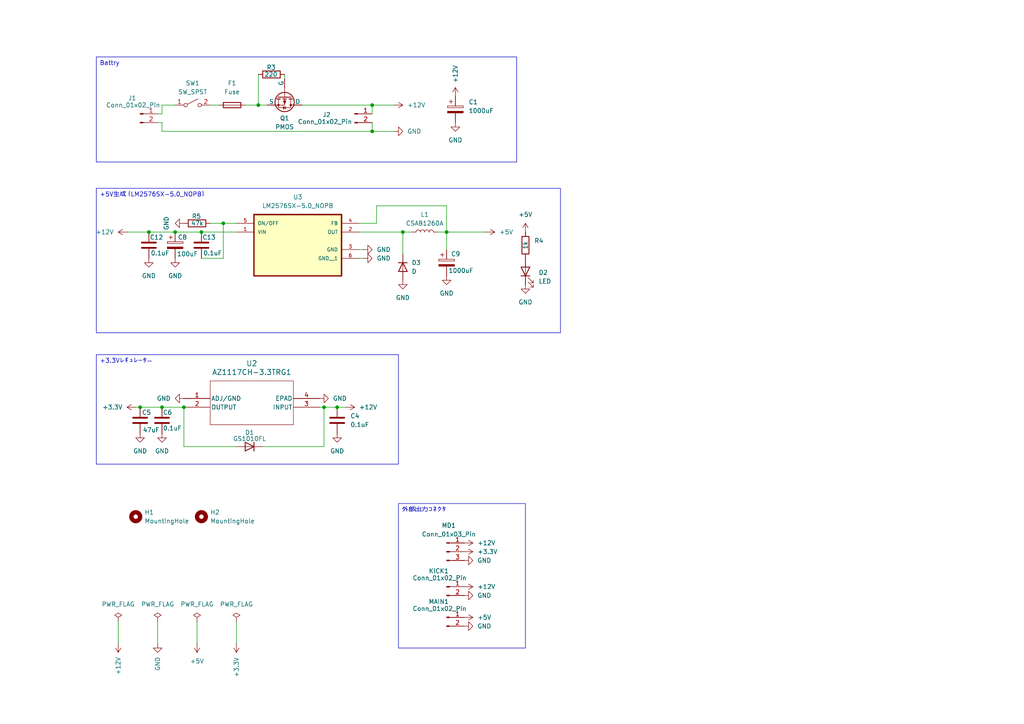
<source format=kicad_sch>
(kicad_sch (version 20250114) (generator "eeschema") (generator_version "9.0")
  (paper "A4")
  (lib_symbols
    (symbol "Connector:Conn_01x02_Pin" (pin_names (offset 1.016) (hide yes))
      (property "Reference" "J" (at 0 2.54 0))
      (property "Value" "Conn_01x02_Pin" (at 0 -5.08 0))
      (symbol "Conn_01x02_Pin_1_1"
        (rectangle (start 0.8636 0.127) (end 0 -0.127) (stroke (width 0.1524)) (fill (type outline)))
        (rectangle (start 0.8636 -2.413) (end 0 -2.667) (stroke (width 0.1524)) (fill (type outline)))
        (polyline (pts (xy 1.27 0) (xy 0.8636 0)) (stroke (width 0.1524)))
        (polyline (pts (xy 1.27 -2.54) (xy 0.8636 -2.54)) (stroke (width 0.1524)))
        (pin passive line (at 5.08 0 180) (length 3.81) (name "Pin_1") (number "1"))
        (pin passive line (at 5.08 -2.54 180) (length 3.81) (name "Pin_2") (number "2"))
      )
    )
    (symbol "Connector:Conn_01x03_Pin" (pin_names (offset 1.016) (hide yes))
      (property "Reference" "J" (at 0 5.08 0))
      (property "Value" "Conn_01x03_Pin" (at 0 -5.08 0))
      (symbol "Conn_01x03_Pin_1_1"
        (rectangle (start 0.8636 2.667) (end 0 2.413) (stroke (width 0.1524)) (fill (type outline)))
        (rectangle (start 0.8636 0.127) (end 0 -0.127) (stroke (width 0.1524)) (fill (type outline)))
        (rectangle (start 0.8636 -2.413) (end 0 -2.667) (stroke (width 0.1524)) (fill (type outline)))
        (polyline (pts (xy 1.27 2.54) (xy 0.8636 2.54)) (stroke (width 0.1524)))
        (polyline (pts (xy 1.27 0) (xy 0.8636 0)) (stroke (width 0.1524)))
        (polyline (pts (xy 1.27 -2.54) (xy 0.8636 -2.54)) (stroke (width 0.1524)))
        (pin passive line (at 5.08 2.54 180) (length 3.81) (name "Pin_1") (number "1"))
        (pin passive line (at 5.08 0 180) (length 3.81) (name "Pin_2") (number "2"))
        (pin passive line (at 5.08 -2.54 180) (length 3.81) (name "Pin_3") (number "3"))
      )
    )
    (symbol "Device:C" (pin_numbers (hide yes)) (pin_names (offset 0.254))
      (property "Reference" "C" (at 0.635 2.54 0))
      (property "Value" "C" (at 0.635 -2.54 0))
      (symbol "C_0_1"
        (polyline (pts (xy -2.032 0.762) (xy 2.032 0.762)) (stroke (width 0.508)))
        (polyline (pts (xy -2.032 -0.762) (xy 2.032 -0.762)) (stroke (width 0.508)))
      )
      (symbol "C_1_1"
        (pin passive line (at 0 3.81 270) (length 2.794) (name "~") (number "1"))
        (pin passive line (at 0 -3.81 90) (length 2.794) (name "~") (number "2"))
      )
    )
    (symbol "Device:C_Polarized" (pin_numbers (hide yes)) (pin_names (offset 0.254))
      (property "Reference" "C" (at 0.635 2.54 0))
      (property "Value" "C_Polarized" (at 0.635 -2.54 0))
      (symbol "C_Polarized_0_1"
        (rectangle (start -2.286 0.508) (end 2.286 1.016))
        (polyline (pts (xy -1.778 2.286) (xy -0.762 2.286)))
        (polyline (pts (xy -1.27 2.794) (xy -1.27 1.778)))
        (rectangle (start 2.286 -0.508) (end -2.286 -1.016) (fill (type outline)))
      )
      (symbol "C_Polarized_1_1"
        (pin passive line (at 0 3.81 270) (length 2.794) (name "~") (number "1"))
        (pin passive line (at 0 -3.81 90) (length 2.794) (name "~") (number "2"))
      )
    )
    (symbol "Device:D" (pin_numbers (hide yes)) (pin_names (offset 1.016) (hide yes))
      (property "Reference" "D" (at 0 2.54 0))
      (property "Value" "D" (at 0 -2.54 0))
      (symbol "D_0_1"
        (polyline (pts (xy -1.27 1.27) (xy -1.27 -1.27)) (stroke (width 0.254)))
        (polyline (pts (xy 1.27 1.27) (xy 1.27 -1.27) (xy -1.27 0) (xy 1.27 1.27)) (stroke (width 0.254)))
        (polyline (pts (xy 1.27 0) (xy -1.27 0)))
      )
      (symbol "D_1_1"
        (pin passive line (at -3.81 0 0) (length 2.54) (name "K") (number "1"))
        (pin passive line (at 3.81 0 180) (length 2.54) (name "A") (number "2"))
      )
    )
    (symbol "Device:Fuse" (pin_numbers (hide yes)) (pin_names (offset 0))
      (property "Reference" "F" (at 2.032 0 90))
      (property "Value" "Fuse" (at -1.905 0 90))
      (symbol "Fuse_0_1"
        (rectangle (start -0.762 -2.54) (end 0.762 2.54) (stroke (width 0.254)))
        (polyline (pts (xy 0 2.54) (xy 0 -2.54)))
      )
      (symbol "Fuse_1_1"
        (pin passive line (at 0 3.81 270) (length 1.27) (name "~") (number "1"))
        (pin passive line (at 0 -3.81 90) (length 1.27) (name "~") (number "2"))
      )
    )
    (symbol "Device:L" (pin_numbers (hide yes)) (pin_names (offset 1.016) (hide yes))
      (property "Reference" "L" (at -1.27 0 90))
      (property "Value" "L" (at 1.905 0 90))
      (symbol "L_0_1"
        (arc (start 0 2.54) (mid 0.6323 1.905) (end 0 1.27))
        (arc (start 0 1.27) (mid 0.6323 0.635) (end 0 0))
        (arc (start 0 0) (mid 0.6323 -0.635) (end 0 -1.27))
        (arc (start 0 -1.27) (mid 0.6323 -1.905) (end 0 -2.54))
      )
      (symbol "L_1_1"
        (pin passive line (at 0 3.81 270) (length 1.27) (name "1") (number "1"))
        (pin passive line (at 0 -3.81 90) (length 1.27) (name "2") (number "2"))
      )
    )
    (symbol "Device:LED" (pin_numbers (hide yes)) (pin_names (offset 1.016) (hide yes))
      (property "Reference" "D" (at 0 2.54 0))
      (property "Value" "LED" (at 0 -2.54 0))
      (symbol "LED_0_1"
        (polyline (pts (xy -3.048 -0.762) (xy -4.572 -2.286) (xy -3.81 -2.286) (xy -4.572 -2.286) (xy -4.572 -1.524)))
        (polyline (pts (xy -1.778 -0.762) (xy -3.302 -2.286) (xy -2.54 -2.286) (xy -3.302 -2.286) (xy -3.302 -1.524)))
        (polyline (pts (xy -1.27 0) (xy 1.27 0)))
        (polyline (pts (xy -1.27 -1.27) (xy -1.27 1.27)) (stroke (width 0.254)))
        (polyline (pts (xy 1.27 -1.27) (xy 1.27 1.27) (xy -1.27 0) (xy 1.27 -1.27)) (stroke (width 0.254)))
      )
      (symbol "LED_1_1"
        (pin passive line (at -3.81 0 0) (length 2.54) (name "K") (number "1"))
        (pin passive line (at 3.81 0 180) (length 2.54) (name "A") (number "2"))
      )
    )
    (symbol "Device:R" (pin_numbers (hide yes)) (pin_names (offset 0))
      (property "Reference" "R" (at 2.032 0 90))
      (property "Value" "R" (at 0 0 90))
      (symbol "R_0_1"
        (rectangle (start -1.016 -2.54) (end 1.016 2.54) (stroke (width 0.254)))
      )
      (symbol "R_1_1"
        (pin passive line (at 0 3.81 270) (length 1.27) (name "~") (number "1"))
        (pin passive line (at 0 -3.81 90) (length 1.27) (name "~") (number "2"))
      )
    )
    (symbol "Mechanical:MountingHole" (pin_names (offset 1.016)) (exclude_from_sim yes) (in_bom no)
      (property "Reference" "H" (at 0 5.08 0))
      (property "Value" "MountingHole" (at 0 3.175 0))
      (symbol "MountingHole_0_1"
        (circle (center 0 0) (radius 1.27) (stroke (width 1.27)))
      )
    )
    (symbol "Regulator:AZ1117CH-3.3TRG1" (pin_names (offset 0.254))
      (property "Reference" "U" (at 19.812 9.398 0))
      (property "Value" "AZ1117CH-3.3TRG1" (at 19.812 6.858 0))
      (symbol "AZ1117CH-3.3TRG1_0_1"
        (polyline (pts (xy 7.62 5.08) (xy 7.62 -7.62)) (stroke (width 0.127)))
        (polyline (pts (xy 7.62 -7.62) (xy 31.75 -7.62)) (stroke (width 0.127)))
        (polyline (pts (xy 31.75 5.08) (xy 7.62 5.08)) (stroke (width 0.127)))
        (polyline (pts (xy 31.75 -7.62) (xy 31.75 5.08)) (stroke (width 0.127)))
        (pin bidirectional line (at 0 0 0) (length 7.62) (name "ADJ/GND") (number "1"))
        (pin output line (at 0 -2.54 0) (length 7.62) (name "OUTPUT") (number "2"))
        (pin unspecified line (at 39.37 0 180) (length 7.62) (name "EPAD") (number "4"))
        (pin input line (at 39.37 -2.54 180) (length 7.62) (name "INPUT") (number "3"))
      )
    )
    (symbol "Regulator:LM2576SX-5.0_NOPB" (pin_names (offset 1.016))
      (property "Reference" "U" (at -12.7 8.62 0))
      (property "Value" "LM2576SX-5.0_NOPB" (at -12.7 -14.16 0))
      (symbol "LM2576SX-5.0_NOPB_0_0"
        (rectangle (start -12.7 -10.16) (end 12.7 7.62) (stroke (width 0.41)) (fill (type background)))
        (pin input line (at -17.78 5.08 0) (length 5.08) (name "ON/OFF") (number "5"))
        (pin input line (at -17.78 2.54 0) (length 5.08) (name "VIN") (number "1"))
        (pin output line (at 17.78 5.08 180) (length 5.08) (name "FB") (number "4"))
        (pin output line (at 17.78 2.54 180) (length 5.08) (name "OUT") (number "2"))
        (pin power_in line (at 17.78 -2.54 180) (length 5.08) (name "GND") (number "3"))
        (pin power_in line (at 17.78 -5.08 180) (length 5.08) (name "GND__1") (number "6"))
      )
    )
    (symbol "Simulation_SPICE:PMOS" (pin_numbers (hide yes)) (pin_names (offset 0))
      (property "Reference" "Q1" (at 6.35 0 90))
      (property "Value" "PMOS" (at 8.89 0 90))
      (symbol "PMOS_0_1"
        (polyline (pts (xy 0.254 1.905) (xy 0.254 -1.905)) (stroke (width 0.254)))
        (polyline (pts (xy 0.254 0) (xy -2.54 0)))
        (polyline (pts (xy 0.762 2.286) (xy 0.762 1.27)) (stroke (width 0.254)))
        (polyline (pts (xy 0.762 1.778) (xy 3.302 1.778) (xy 3.302 -1.778) (xy 0.762 -1.778)))
        (polyline (pts (xy 0.762 0.508) (xy 0.762 -0.508)) (stroke (width 0.254)))
        (polyline (pts (xy 0.762 -1.27) (xy 0.762 -2.286)) (stroke (width 0.254)))
        (circle (center 1.651 0) (radius 2.794) (stroke (width 0.254)))
        (polyline (pts (xy 2.286 0) (xy 1.27 0.381) (xy 1.27 -0.381) (xy 2.286 0)) (fill (type outline)))
        (polyline (pts (xy 2.54 2.54) (xy 2.54 1.778)))
        (circle (center 2.54 1.778) (radius 0.254) (fill (type outline)))
        (circle (center 2.54 -1.778) (radius 0.254) (fill (type outline)))
        (polyline (pts (xy 2.54 -2.54) (xy 2.54 0) (xy 0.762 0)))
        (polyline (pts (xy 2.794 -0.508) (xy 2.921 -0.381) (xy 3.683 -0.381) (xy 3.81 -0.254)))
        (polyline (pts (xy 3.302 -0.381) (xy 2.921 0.254) (xy 3.683 0.254) (xy 3.302 -0.381)))
      )
      (symbol "PMOS_1_1"
        (pin input line (at -5.08 0 0) (length 2.54) (name "G") (number "1"))
        (pin passive line (at 2.54 5.08 270) (length 2.54) (name "D") (number "2"))
        (pin passive line (at 2.54 -5.08 90) (length 2.54) (name "S") (number "3"))
      )
    )
    (symbol "Switch:SW_SPST" (pin_names (offset 0) (hide yes))
      (property "Reference" "SW" (at 0 3.175 0))
      (property "Value" "SW_SPST" (at 0 -2.54 0))
      (symbol "SW_SPST_0_0"
        (circle (center -2.032 0) (radius 0.508))
        (polyline (pts (xy -1.524 0.254) (xy 1.524 1.778)))
        (circle (center 2.032 0) (radius 0.508))
      )
      (symbol "SW_SPST_1_1"
        (pin passive line (at -5.08 0 0) (length 2.54) (name "A") (number "1"))
        (pin passive line (at 5.08 0 180) (length 2.54) (name "B") (number "2"))
      )
    )
    (symbol "power:+12V" (power) (pin_numbers (hide yes)) (pin_names (offset 0) (hide yes))
      (property "Value" "+12V" (at 0 3.556 0))
      (symbol "+12V_0_1"
        (polyline (pts (xy -0.762 1.27) (xy 0 2.54)))
        (polyline (pts (xy 0 2.54) (xy 0.762 1.27)))
        (polyline (pts (xy 0 0) (xy 0 2.54)))
      )
      (symbol "+12V_1_1"
        (pin power_in line (at 0 0 90) (length 0) (name "~") (number "1"))
      )
    )
    (symbol "power:+3.3V" (power) (pin_numbers (hide yes)) (pin_names (offset 0) (hide yes))
      (property "Value" "+3.3V" (at 0 3.556 0))
      (symbol "+3.3V_0_1"
        (polyline (pts (xy -0.762 1.27) (xy 0 2.54)))
        (polyline (pts (xy 0 2.54) (xy 0.762 1.27)))
        (polyline (pts (xy 0 0) (xy 0 2.54)))
      )
      (symbol "+3.3V_1_1"
        (pin power_in line (at 0 0 90) (length 0) (name "~") (number "1"))
      )
    )
    (symbol "power:+5V" (power) (pin_numbers (hide yes)) (pin_names (offset 0) (hide yes))
      (property "Value" "+5V" (at 0 3.556 0))
      (symbol "+5V_0_1"
        (polyline (pts (xy -0.762 1.27) (xy 0 2.54)))
        (polyline (pts (xy 0 2.54) (xy 0.762 1.27)))
        (polyline (pts (xy 0 0) (xy 0 2.54)))
      )
      (symbol "+5V_1_1"
        (pin power_in line (at 0 0 90) (length 0) (name "~") (number "1"))
      )
    )
    (symbol "power:GND" (power) (pin_numbers (hide yes)) (pin_names (offset 0) (hide yes))
      (property "Value" "GND" (at 0 -3.81 0))
      (symbol "GND_0_1"
        (polyline (pts (xy 0 0) (xy 0 -1.27) (xy 1.27 -1.27) (xy 0 -2.54) (xy -1.27 -1.27) (xy 0 -1.27)))
      )
      (symbol "GND_1_1"
        (pin power_in line (at 0 0 270) (length 0) (name "~") (number "1"))
      )
    )
    (symbol "power:PWR_FLAG" (power) (pin_numbers (hide yes)) (pin_names (offset 0) (hide yes))
      (property "Value" "PWR_FLAG" (at 0 3.81 0))
      (symbol "PWR_FLAG_0_0"
        (pin power_out line (at 0 0 90) (length 0) (name "~") (number "1"))
      )
      (symbol "PWR_FLAG_0_1"
        (polyline (pts (xy 0 0) (xy 0 1.27) (xy -1.016 1.905) (xy 0 2.54) (xy 1.016 1.905) (xy 0 1.27)))
      )
    )
  )
  (text_box "外部出力コネクタ" (at 115.57 146.05 0) (size 36.83 41.91) (margins 0.9525 0.9525 0.9525 0.9525) (effects (font (size 1.27 1.27)) (justify left top)))
  (text_box "+5V生成（LM2576SX-5.0_NOPB）" (at 27.94 54.61 0) (size 134.62 41.91) (margins 0.9525 0.9525 0.9525 0.9525) (effects (font (size 1.27 1.27)) (justify left top)))
  (text_box "Battry" (at 27.94 16.51 0) (size 121.92 30.48) (margins 0.9525 0.9525 0.9525 0.9525) (effects (font (size 1.27 1.27)) (justify left top)))
  (text_box "+3.3Vレギュレータ―" (at 27.94 102.87 0) (size 87.63 31.75) (margins 0.9525 0.9525 0.9525 0.9525) (effects (font (size 1.27 1.27)) (justify left top)))
  (junction (at 53.34 118.11))
  (junction (at 43.18 67.31))
  (junction (at 50.8 67.31))
  (junction (at 97.79 118.11))
  (junction (at 93.98 118.11))
  (junction (at 40.64 118.11))
  (junction (at 46.99 118.11))
  (junction (at 116.84 67.31))
  (junction (at 58.42 67.31))
  (junction (at 107.95 30.48))
  (junction (at 107.95 38.1))
  (junction (at 64.77 64.77))
  (junction (at 74.93 30.48))
  (junction (at 129.54 67.31))
  (wire (pts (xy 107.95 30.48) (xy 107.95 33.02)))
  (wire (pts (xy 93.98 129.54) (xy 93.98 118.11)))
  (wire (pts (xy 46.99 30.48) (xy 50.8 30.48)))
  (wire (pts (xy 60.96 64.77) (xy 64.77 64.77)) (stroke (width 0.1524)))
  (wire (pts (xy 116.84 73.66) (xy 116.84 67.31)) (stroke (width 0.1524)))
  (wire (pts (xy 34.29 180.34) (xy 34.29 186.69)))
  (wire (pts (xy 53.34 129.54) (xy 68.58 129.54)))
  (wire (pts (xy 129.54 67.31) (xy 140.97 67.31)) (stroke (width 0.1524)))
  (wire (pts (xy 53.34 118.11) (xy 53.34 129.54)))
  (wire (pts (xy 46.99 35.56) (xy 46.99 38.1)))
  (wire (pts (xy 74.93 21.59) (xy 74.93 30.48)))
  (wire (pts (xy 58.42 74.93) (xy 64.77 74.93)))
  (wire (pts (xy 127 67.31) (xy 129.54 67.31)) (stroke (width 0.1524)))
  (wire (pts (xy 64.77 64.77) (xy 64.77 74.93)))
  (wire (pts (xy 64.77 64.77) (xy 68.58 64.77)) (stroke (width 0.1524)))
  (wire (pts (xy 129.54 67.31) (xy 129.54 72.39)) (stroke (width 0.1524)))
  (wire (pts (xy 92.71 118.11) (xy 93.98 118.11)))
  (wire (pts (xy 39.37 118.11) (xy 40.64 118.11)))
  (wire (pts (xy 109.22 59.69) (xy 129.54 59.69)) (stroke (width 0.1524)))
  (wire (pts (xy 46.99 38.1) (xy 107.95 38.1)))
  (wire (pts (xy 45.72 35.56) (xy 46.99 35.56)))
  (wire (pts (xy 109.22 64.77) (xy 109.22 59.69)) (stroke (width 0.1524)))
  (wire (pts (xy 104.14 74.93) (xy 105.41 74.93)))
  (wire (pts (xy 46.99 33.02) (xy 45.72 33.02)))
  (wire (pts (xy 57.15 180.34) (xy 57.15 186.69)))
  (wire (pts (xy 50.8 67.31) (xy 58.42 67.31)) (stroke (width 0.1524)))
  (wire (pts (xy 60.96 30.48) (xy 63.5 30.48)))
  (wire (pts (xy 104.14 64.77) (xy 109.22 64.77)) (stroke (width 0.1524)))
  (wire (pts (xy 46.99 118.11) (xy 53.34 118.11)))
  (wire (pts (xy 36.83 67.31) (xy 43.18 67.31)) (stroke (width 0.1524)))
  (wire (pts (xy 82.55 21.59) (xy 82.55 22.86)))
  (wire (pts (xy 58.42 67.31) (xy 68.58 67.31)) (stroke (width 0.1524)))
  (wire (pts (xy 74.93 30.48) (xy 77.47 30.48)))
  (wire (pts (xy 71.12 30.48) (xy 74.93 30.48)))
  (wire (pts (xy 104.14 67.31) (xy 116.84 67.31)) (stroke (width 0.1524)))
  (wire (pts (xy 87.63 30.48) (xy 107.95 30.48)))
  (wire (pts (xy 97.79 118.11) (xy 100.33 118.11)))
  (wire (pts (xy 46.99 33.02) (xy 46.99 30.48)))
  (wire (pts (xy 107.95 30.48) (xy 114.3 30.48)))
  (wire (pts (xy 43.18 67.31) (xy 50.8 67.31)) (stroke (width 0.1524)))
  (wire (pts (xy 93.98 118.11) (xy 97.79 118.11)))
  (wire (pts (xy 116.84 67.31) (xy 119.38 67.31)) (stroke (width 0.1524)))
  (wire (pts (xy 68.58 180.34) (xy 68.58 186.69)))
  (wire (pts (xy 129.54 59.69) (xy 129.54 67.31)) (stroke (width 0.1524)))
  (wire (pts (xy 45.72 180.34) (xy 45.72 186.69)))
  (wire (pts (xy 105.41 72.39) (xy 104.14 72.39)) (stroke (width 0.1524)))
  (wire (pts (xy 76.2 129.54) (xy 93.98 129.54)))
  (wire (pts (xy 40.64 118.11) (xy 46.99 118.11)))
  (wire (pts (xy 107.95 35.56) (xy 107.95 38.1)))
  (wire (pts (xy 107.95 38.1) (xy 114.3 38.1)))
  (symbol (lib_id "Connector:Conn_01x02_Pin") (at 40.64 33.02 0) (unit 1)
    (property "Reference" "J1" (at 38.354 28.448 0))
    (property "Value" "Conn_01x02_Pin" (at 38.608 30.48 0))
    (property "Footprint" "Connector_AMASS:AMASS_XT30U-F_1x02_P5.0mm_Vertical" (effects (hide yes)))
    (property "Description" "Generic connector, single row, 01x02, script generated" (effects (hide yes)))
  )
  (symbol (lib_id "Device:LED") (at 152.4 78.74 90) (unit 1)
    (property "Reference" "D2" (at 156.21 79.0574 90) (effects (justify right)))
    (property "Value" "LED" (at 156.21 81.5974 90) (effects (justify right)))
    (property "Footprint" "LED_SMD:LED_0603_1608Metric" (effects (hide yes)))
    (property "Description" "Light emitting diode" (effects (hide yes)))
    (property "Sim.Pins" "1=K 2=A" (effects (hide yes)))
  )
  (symbol (lib_id "Connector:Conn_01x03_Pin") (at 129.54 160.02 0) (unit 1)
    (property "Reference" "MD1" (at 130.175 152.4 0))
    (property "Value" "Conn_01x03_Pin" (at 130.175 154.94 0))
    (property "Footprint" "Connector_JST:JST_XH_S3B-XH-A_1x03_P2.50mm_Horizontal" (effects (hide yes)))
    (property "Description" "Generic connector, single row, 01x03, script generated" (effects (hide yes)))
  )
  (symbol (lib_id "Mechanical:MountingHole") (at 58.42 149.86 0) (unit 1) (exclude_from_sim yes) (in_bom no)
    (property "Reference" "H2" (at 60.96 148.5899 0) (effects (justify left)))
    (property "Value" "MountingHole" (at 60.96 151.1299 0) (effects (justify left)))
    (property "Footprint" "MountingHole:MountingHole_3.2mm_M3" (effects (hide yes)))
    (property "Description" "Mounting Hole without connection" (effects (hide yes)))
  )
  (symbol (lib_id "power:GND") (at 43.18 74.93 0) (unit 1)
    (property "Reference" "#PWR039" (effects (hide yes)))
    (property "Value" "GND" (at 43.18 80.01 0))
    (property "Description" "Power symbol creates a global label with name \"GND\" , ground" (effects (hide yes)))
  )
  (symbol (lib_id "power:GND") (at 53.34 64.77 270) (unit 1)
    (property "Reference" "#PWR042" (effects (hide yes)))
    (property "Value" "GND" (at 48.26 64.77 0))
    (property "Description" "Power symbol creates a global label with name \"GND\" , ground" (effects (hide yes)))
  )
  (symbol (lib_id "Device:R") (at 78.74 21.59 90) (unit 1)
    (property "Reference" "R3" (at 80.01 19.558 90) (effects (justify left)))
    (property "Value" "220" (at 80.518 21.59 90) (effects (justify left)))
    (property "Footprint" "Resistor_THT:R_Axial_DIN0204_L3.6mm_D1.6mm_P7.62mm_Horizontal" (effects (hide yes)))
    (property "Description" "Resistor" (effects (hide yes)))
  )
  (symbol (lib_id "power:+5V") (at 140.97 67.31 270) (unit 1)
    (property "Reference" "#PWR040" (effects (hide yes)))
    (property "Value" "+5V" (at 144.78 67.3099 90) (effects (justify left)))
    (property "Description" "Power symbol creates a global label with name \"+5V\"" (effects (hide yes)))
  )
  (symbol (lib_id "power:+5V") (at 152.4 67.31 0) (unit 1)
    (property "Reference" "#PWR034" (effects (hide yes)))
    (property "Value" "+5V" (at 152.4 62.23 0))
    (property "Description" "Power symbol creates a global label with name \"+5V\"" (effects (hide yes)))
  )
  (symbol (lib_id "Device:C_Polarized") (at 129.54 76.2 0) (unit 1)
    (property "Reference" "C9" (at 130.81 73.66 0) (effects (justify left)))
    (property "Value" "1000uF" (at 130.048 78.486 0) (effects (justify left)))
    (property "Footprint" "Capacitor DOWNROAD:CAP_J-V_10X10P5_RUB" (effects (hide yes)))
    (property "Description" "Polarized capacitor" (effects (hide yes)))
  )
  (symbol (lib_id "power:+12V") (at 34.29 186.69 180) (unit 1)
    (property "Reference" "#PWR03" (effects (hide yes)))
    (property "Value" "+12V" (at 34.2901 190.5 90) (effects (justify left)))
    (property "Description" "Power symbol creates a global label with name \"+12V\"" (effects (hide yes)))
  )
  (symbol (lib_id "power:+3.3V") (at 68.58 186.69 180) (unit 1)
    (property "Reference" "#PWR031" (effects (hide yes)))
    (property "Value" "+3.3V" (at 68.58 193.548 90))
    (property "Description" "Power symbol creates a global label with name \"+3.3V\"" (effects (hide yes)))
  )
  (symbol (lib_id "power:PWR_FLAG") (at 68.58 180.34 0) (unit 1)
    (property "Reference" "#FLG04" (effects (hide yes)))
    (property "Value" "PWR_FLAG" (at 68.58 175.26 0))
    (property "Description" "Special symbol for telling ERC where power comes from" (effects (hide yes)))
  )
  (symbol (lib_id "power:+12V") (at 36.83 67.31 90) (unit 1)
    (property "Reference" "#PWR019" (effects (hide yes)))
    (property "Value" "+12V" (at 33.02 67.3099 90) (effects (justify left)))
    (property "Description" "Power symbol creates a global label with name \"+12V\"" (effects (hide yes)))
  )
  (symbol (lib_id "power:+12V") (at 132.08 27.94 0) (unit 1)
    (property "Reference" "#PWR05" (effects (hide yes)))
    (property "Value" "+12V" (at 132.0799 24.13 90) (effects (justify left)))
    (property "Description" "Power symbol creates a global label with name \"+12V\"" (effects (hide yes)))
  )
  (symbol (lib_id "power:GND") (at 132.08 35.56 0) (unit 1)
    (property "Reference" "#PWR06" (effects (hide yes)))
    (property "Value" "GND" (at 132.08 40.64 0))
    (property "Description" "Power symbol creates a global label with name \"GND\" , ground" (effects (hide yes)))
  )
  (symbol (lib_id "power:GND") (at 116.84 81.28 0) (unit 1)
    (property "Reference" "#PWR046" (effects (hide yes)))
    (property "Value" "GND" (at 116.84 86.36 0))
    (property "Description" "Power symbol creates a global label with name \"GND\" , ground" (effects (hide yes)))
  )
  (symbol (lib_id "Device:C") (at 43.18 71.12 0) (unit 1)
    (property "Reference" "C12" (at 43.434 68.834 0) (effects (justify left)))
    (property "Value" "0.1uF" (at 43.688 73.406 0) (effects (justify left)))
    (property "Footprint" "Capacitor_SMD:C_0603_1608Metric" (effects (hide yes)))
    (property "Description" "Unpolarized capacitor" (effects (hide yes)))
  )
  (symbol (lib_id "Connector:Conn_01x02_Pin") (at 129.54 179.07 0) (unit 1)
    (property "Reference" "MAIN1" (at 127.254 174.498 0))
    (property "Value" "Conn_01x02_Pin" (at 127.508 176.53 0))
    (property "Footprint" "Connector_JST:JST_XH_S2B-XH-A_1x02_P2.50mm_Horizontal" (effects (hide yes)))
    (property "Description" "Generic connector, single row, 01x02, script generated" (effects (hide yes)))
  )
  (symbol (lib_id "Device:R") (at 152.4 71.12 0) (unit 1)
    (property "Reference" "R4" (at 154.94 69.8499 0) (effects (justify left)))
    (property "Value" "1k" (at 152.4 72.39 90) (effects (justify left)))
    (property "Footprint" "Resistor_SMD:R_0603_1608Metric" (effects (hide yes)))
    (property "Description" "Resistor" (effects (hide yes)))
  )
  (symbol (lib_id "power:+5V") (at 134.62 179.07 270) (unit 1)
    (property "Reference" "#PWR024" (effects (hide yes)))
    (property "Value" "+5V" (at 138.43 179.0699 90) (effects (justify left)))
    (property "Description" "Power symbol creates a global label with name \"+5V\"" (effects (hide yes)))
  )
  (symbol (lib_id "Device:C") (at 97.79 121.92 0) (unit 1)
    (property "Reference" "C4" (at 101.6 120.6499 0) (effects (justify left)))
    (property "Value" "0.1uF" (at 101.6 123.1899 0) (effects (justify left)))
    (property "Footprint" "Capacitor_SMD:C_0603_1608Metric" (effects (hide yes)))
    (property "Description" "Unpolarized capacitor" (effects (hide yes)))
  )
  (symbol (lib_id "power:+3.3V") (at 39.37 118.11 90) (unit 1)
    (property "Reference" "#PWR030" (effects (hide yes)))
    (property "Value" "+3.3V" (at 35.56 118.1099 90) (effects (justify left)))
    (property "Description" "Power symbol creates a global label with name \"+3.3V\"" (effects (hide yes)))
  )
  (symbol (lib_id "power:GND") (at 134.62 172.72 90) (unit 1)
    (property "Reference" "#PWR023" (effects (hide yes)))
    (property "Value" "GND" (at 138.43 172.7199 90) (effects (justify right)))
    (property "Description" "Power symbol creates a global label with name \"GND\" , ground" (effects (hide yes)))
  )
  (symbol (lib_id "Mechanical:MountingHole") (at 39.37 149.86 0) (unit 1) (exclude_from_sim yes) (in_bom no)
    (property "Reference" "H1" (at 41.91 148.5899 0) (effects (justify left)))
    (property "Value" "MountingHole" (at 41.91 151.1299 0) (effects (justify left)))
    (property "Footprint" "MountingHole:MountingHole_3.2mm_M3" (effects (hide yes)))
    (property "Description" "Mounting Hole without connection" (effects (hide yes)))
  )
  (symbol (lib_id "power:GND") (at 45.72 186.69 0) (unit 1)
    (property "Reference" "#PWR04" (effects (hide yes)))
    (property "Value" "GND" (at 45.7201 190.5 90) (effects (justify right)))
    (property "Description" "Power symbol creates a global label with name \"GND\" , ground" (effects (hide yes)))
  )
  (symbol (lib_id "power:GND") (at 97.79 125.73 0) (unit 1)
    (property "Reference" "#PWR029" (effects (hide yes)))
    (property "Value" "GND" (at 97.79 130.81 0))
    (property "Description" "Power symbol creates a global label with name \"GND\" , ground" (effects (hide yes)))
  )
  (symbol (lib_id "power:GND") (at 114.3 38.1 90) (unit 1)
    (property "Reference" "#PWR02" (effects (hide yes)))
    (property "Value" "GND" (at 118.11 38.0999 90) (effects (justify right)))
    (property "Description" "Power symbol creates a global label with name \"GND\" , ground" (effects (hide yes)))
  )
  (symbol (lib_id "Device:C_Polarized") (at 50.8 71.12 0) (unit 1)
    (property "Reference" "C8" (at 51.562 68.834 0) (effects (justify left)))
    (property "Value" "100uF" (at 51.308 73.66 0) (effects (justify left)))
    (property "Footprint" "Capacitor_THT:CP_Radial_D6.3mm_P2.50mm" (effects (hide yes)))
    (property "Description" "Polarized capacitor" (effects (hide yes)))
  )
  (symbol (lib_id "power:+12V") (at 134.62 157.48 270) (unit 1)
    (property "Reference" "#PWR021" (effects (hide yes)))
    (property "Value" "+12V" (at 138.43 157.4799 90) (effects (justify left)))
    (property "Description" "Power symbol creates a global label with name \"+12V\"" (effects (hide yes)))
  )
  (symbol (lib_id "Device:C_Polarized") (at 132.08 31.75 0) (unit 1)
    (property "Reference" "C1" (at 135.89 29.5909 0) (effects (justify left)))
    (property "Value" "1000uF" (at 135.89 32.1309 0) (effects (justify left)))
    (property "Footprint" "Capacitor DOWNROAD:CAP_J-V_10X10P5_RUB" (effects (hide yes)))
    (property "Description" "Polarized capacitor" (effects (hide yes)))
  )
  (symbol (lib_id "Connector:Conn_01x02_Pin") (at 129.54 170.18 0) (unit 1)
    (property "Reference" "KICK1" (at 127.254 165.608 0))
    (property "Value" "Conn_01x02_Pin" (at 127.508 167.64 0))
    (property "Footprint" "Connector_JST:JST_XH_S2B-XH-A_1x02_P2.50mm_Horizontal" (effects (hide yes)))
    (property "Description" "Generic connector, single row, 01x02, script generated" (effects (hide yes)))
  )
  (symbol (lib_id "Regulator:AZ1117CH-3.3TRG1") (at 53.34 115.57 0) (unit 1)
    (property "Reference" "U2" (at 73.025 105.41 0) (effects (font (size 1.524 1.524))))
    (property "Value" "AZ1117CH-3.3TRG1" (at 73.025 107.95 0) (effects (font (size 1.524 1.524))))
    (property "Footprint" "Package_TO_SOT_SMD:SOT-223" (effects (hide yes)))
    (property "Datasheet" "AZ1117CH-3.3TRG1" (effects (hide yes)))
  )
  (symbol (lib_id "power:+12V") (at 100.33 118.11 270) (unit 1)
    (property "Reference" "#PWR028" (effects (hide yes)))
    (property "Value" "+12V" (at 104.14 118.1099 90) (effects (justify left)))
    (property "Description" "Power symbol creates a global label with name \"+12V\"" (effects (hide yes)))
  )
  (symbol (lib_id "Device:L") (at 123.19 67.31 90) (unit 1)
    (property "Reference" "L1" (at 123.19 62.23 90))
    (property "Value" "CSAB1260A" (at 123.19 64.77 90))
    (property "Footprint" "Inductor_SMD:L_Changjiang_FXL1360" (effects (hide yes)))
    (property "Description" "Inductor" (effects (hide yes)))
  )
  (symbol (lib_id "Device:C") (at 40.64 121.92 0) (unit 1)
    (property "Reference" "C5" (at 41.148 119.634 0) (effects (justify left)))
    (property "Value" "47uF" (at 41.402 124.714 0) (effects (justify left)))
    (property "Footprint" "Capacitor_SMD:C_0805_2012Metric" (effects (hide yes)))
    (property "Description" "Unpolarized capacitor" (effects (hide yes)))
  )
  (symbol (lib_id "power:PWR_FLAG") (at 57.15 180.34 0) (unit 1)
    (property "Reference" "#FLG03" (effects (hide yes)))
    (property "Value" "PWR_FLAG" (at 57.15 175.26 0))
    (property "Description" "Special symbol for telling ERC where power comes from" (effects (hide yes)))
  )
  (symbol (lib_id "power:PWR_FLAG") (at 34.29 180.34 0) (unit 1)
    (property "Reference" "#FLG01" (effects (hide yes)))
    (property "Value" "PWR_FLAG" (at 34.29 175.26 0))
    (property "Description" "Special symbol for telling ERC where power comes from" (effects (hide yes)))
  )
  (symbol (lib_id "power:PWR_FLAG") (at 45.72 180.34 0) (unit 1)
    (property "Reference" "#FLG02" (effects (hide yes)))
    (property "Value" "PWR_FLAG" (at 45.72 175.26 0))
    (property "Description" "Special symbol for telling ERC where power comes from" (effects (hide yes)))
  )
  (symbol (lib_id "power:+5V") (at 57.15 186.69 180) (unit 1)
    (property "Reference" "#PWR016" (effects (hide yes)))
    (property "Value" "+5V" (at 57.15 191.77 0))
    (property "Description" "Power symbol creates a global label with name \"+5V\"" (effects (hide yes)))
  )
  (symbol (lib_id "Regulator:LM2576SX-5.0_NOPB") (at 86.36 69.85 0) (unit 1)
    (property "Reference" "U3" (at 86.36 57.15 0))
    (property "Value" "LM2576SX-5.0_NOPB" (at 86.36 59.69 0))
    (property "Footprint" "Regulator:LM2576SX-5.0_NOPB" (effects (hide yes)))
  )
  (symbol (lib_id "Device:R") (at 57.15 64.77 270) (unit 1)
    (property "Reference" "R5" (at 55.626 62.738 90) (effects (justify left)))
    (property "Value" "47k" (at 55.372 64.77 90) (effects (justify left)))
    (property "Footprint" "Resistor_SMD:R_0603_1608Metric" (effects (hide yes)))
    (property "Description" "Resistor" (effects (hide yes)))
  )
  (symbol (lib_id "power:GND") (at 152.4 82.55 0) (unit 1)
    (property "Reference" "#PWR035" (effects (hide yes)))
    (property "Value" "GND" (at 152.4 87.63 0))
    (property "Description" "Power symbol creates a global label with name \"GND\" , ground" (effects (hide yes)))
  )
  (symbol (lib_id "Device:D") (at 116.84 77.47 270) (unit 1)
    (property "Reference" "D3" (at 119.38 76.1999 90) (effects (justify left)))
    (property "Value" "D" (at 119.38 78.7399 90) (effects (justify left)))
    (property "Footprint" "Diode_SMD:Nexperia_CFP3_SOD-123W" (effects (hide yes)))
    (property "Description" "Diode" (effects (hide yes)))
    (property "Sim.Device" "D" (effects (hide yes)))
    (property "Sim.Pins" "1=K 2=A" (effects (hide yes)))
  )
  (symbol (lib_id "power:GND") (at 53.34 115.57 270) (unit 1)
    (property "Reference" "#PWR026" (effects (hide yes)))
    (property "Value" "GND" (at 49.53 115.5699 90) (effects (justify right)))
    (property "Description" "Power symbol creates a global label with name \"GND\" , ground" (effects (hide yes)))
  )
  (symbol (lib_id "power:GND") (at 50.8 74.93 0) (unit 1)
    (property "Reference" "#PWR041" (effects (hide yes)))
    (property "Value" "GND" (at 50.8 80.01 0))
    (property "Description" "Power symbol creates a global label with name \"GND\" , ground" (effects (hide yes)))
  )
  (symbol (lib_id "power:+12V") (at 114.3 30.48 270) (unit 1)
    (property "Reference" "#PWR01" (effects (hide yes)))
    (property "Value" "+12V" (at 118.11 30.4799 90) (effects (justify left)))
    (property "Description" "Power symbol creates a global label with name \"+12V\"" (effects (hide yes)))
  )
  (symbol (lib_id "power:GND") (at 46.99 125.73 0) (unit 1)
    (property "Reference" "#PWR033" (effects (hide yes)))
    (property "Value" "GND" (at 46.99 130.81 0))
    (property "Description" "Power symbol creates a global label with name \"GND\" , ground" (effects (hide yes)))
  )
  (symbol (lib_id "Connector:Conn_01x02_Pin") (at 102.87 33.02 0) (unit 1)
    (property "Reference" "J2" (at 94.742 33.274 0))
    (property "Value" "Conn_01x02_Pin" (at 94.234 35.306 0))
    (property "Footprint" "Connector_PinSocket_2.54mm:PinSocket_1x02_P2.54mm_Vertical" (effects (hide yes)))
    (property "Description" "Generic connector, single row, 01x02, script generated" (effects (hide yes)))
  )
  (symbol (lib_id "power:+12V") (at 134.62 170.18 270) (unit 1)
    (property "Reference" "#PWR022" (effects (hide yes)))
    (property "Value" "+12V" (at 138.43 170.1799 90) (effects (justify left)))
    (property "Description" "Power symbol creates a global label with name \"+12V\"" (effects (hide yes)))
  )
  (symbol (lib_id "power:GND") (at 40.64 125.73 0) (unit 1)
    (property "Reference" "#PWR032" (effects (hide yes)))
    (property "Value" "GND" (at 40.64 130.81 0))
    (property "Description" "Power symbol creates a global label with name \"GND\" , ground" (effects (hide yes)))
  )
  (symbol (lib_id "power:GND") (at 105.41 72.39 90) (unit 1)
    (property "Reference" "#PWR044" (effects (hide yes)))
    (property "Value" "GND" (at 109.22 72.3899 90) (effects (justify right)))
    (property "Description" "Power symbol creates a global label with name \"GND\" , ground" (effects (hide yes)))
  )
  (symbol (lib_id "Simulation_SPICE:PMOS") (at 82.55 27.94 270) (unit 1)
    (property "Reference" "Q1" (at 82.55 34.29 90))
    (property "Value" "PMOS" (at 82.55 36.83 90))
    (property "Footprint" "Package_TO_SOT_SMD:TO-252-2" (effects (hide yes)))
    (property "Datasheet" "https://ngspice.sourceforge.io/docs/ngspice-html-manual/manual.xhtml#cha_MOSFETs" (effects (hide yes)))
    (property "Description" "P-MOSFET transistor, drain/source/gate" (effects (hide yes)))
    (property "Sim.Device" "PMOS" (effects (hide yes)))
    (property "Sim.Type" "VDMOS" (effects (hide yes)))
    (property "Sim.Pins" "1=D 2=G 3=S" (effects (hide yes)))
  )
  (symbol (lib_id "Device:C") (at 58.42 71.12 0) (unit 1)
    (property "Reference" "C13" (at 58.674 68.834 0) (effects (justify left)))
    (property "Value" "0.1uF" (at 58.928 73.406 0) (effects (justify left)))
    (property "Footprint" "Capacitor_SMD:C_0603_1608Metric" (effects (hide yes)))
    (property "Description" "Unpolarized capacitor" (effects (hide yes)))
  )
  (symbol (lib_id "Device:C") (at 46.99 121.92 0) (unit 1)
    (property "Reference" "C6" (at 47.244 119.634 0) (effects (justify left)))
    (property "Value" "0.1uF" (at 47.244 124.206 0) (effects (justify left)))
    (property "Footprint" "Capacitor_SMD:C_0603_1608Metric" (effects (hide yes)))
    (property "Description" "Unpolarized capacitor" (effects (hide yes)))
  )
  (symbol (lib_id "Device:Fuse") (at 67.31 30.48 90) (unit 1)
    (property "Reference" "F1" (at 67.31 24.13 90))
    (property "Value" "Fuse" (at 67.31 26.67 90))
    (property "Footprint" "Fuse:Fuseholder_Clip-5x20mm_Eaton_1A5601-01_Inline_P20.80x6.76mm_D1.70mm_Horizontal" (effects (hide yes)))
    (property "Description" "Fuse" (effects (hide yes)))
  )
  (symbol (lib_id "power:GND") (at 105.41 74.93 90) (unit 1)
    (property "Reference" "#PWR043" (effects (hide yes)))
    (property "Value" "GND" (at 109.22 74.9299 90) (effects (justify right)))
    (property "Description" "Power symbol creates a global label with name \"GND\" , ground" (effects (hide yes)))
  )
  (symbol (lib_id "power:GND") (at 134.62 181.61 90) (unit 1)
    (property "Reference" "#PWR025" (effects (hide yes)))
    (property "Value" "GND" (at 138.43 181.6099 90) (effects (justify right)))
    (property "Description" "Power symbol creates a global label with name \"GND\" , ground" (effects (hide yes)))
  )
  (symbol (lib_id "Switch:SW_SPST") (at 55.88 30.48 0) (unit 1)
    (property "Reference" "SW1" (at 55.88 24.13 0))
    (property "Value" "SW_SPST" (at 55.88 26.67 0))
    (property "Footprint" "SW:DS-850K-S-ON" (effects (hide yes)))
    (property "Description" "Single Pole Single Throw (SPST) switch" (effects (hide yes)))
  )
  (symbol (lib_id "power:GND") (at 129.54 80.01 0) (unit 1)
    (property "Reference" "#PWR045" (effects (hide yes)))
    (property "Value" "GND" (at 129.54 85.09 0))
    (property "Description" "Power symbol creates a global label with name \"GND\" , ground" (effects (hide yes)))
  )
  (symbol (lib_id "power:+3.3V") (at 134.62 160.02 270) (unit 1)
    (property "Reference" "#PWR038" (effects (hide yes)))
    (property "Value" "+3.3V" (at 138.43 160.0199 90) (effects (justify left)))
    (property "Description" "Power symbol creates a global label with name \"+3.3V\"" (effects (hide yes)))
  )
  (symbol (lib_id "power:GND") (at 134.62 162.56 90) (unit 1)
    (property "Reference" "#PWR020" (effects (hide yes)))
    (property "Value" "GND" (at 138.43 162.5599 90) (effects (justify right)))
    (property "Description" "Power symbol creates a global label with name \"GND\" , ground" (effects (hide yes)))
  )
  (symbol (lib_id "Device:D") (at 72.39 129.54 180) (unit 1)
    (property "Reference" "D1" (at 72.39 125.476 0))
    (property "Value" "GS1010FL" (at 72.39 127.254 0))
    (property "Footprint" "Diode_SMD:Nexperia_CFP3_SOD-123W" (effects (hide yes)))
    (property "Description" "Diode" (effects (hide yes)))
    (property "Sim.Device" "D" (effects (hide yes)))
    (property "Sim.Pins" "1=K 2=A" (effects (hide yes)))
  )
  (symbol (lib_id "power:GND") (at 92.71 115.57 90) (unit 1)
    (property "Reference" "#PWR027" (effects (hide yes)))
    (property "Value" "GND" (at 96.52 115.5699 90) (effects (justify right)))
    (property "Description" "Power symbol creates a global label with name \"GND\" , ground" (effects (hide yes)))
  )
)
</source>
